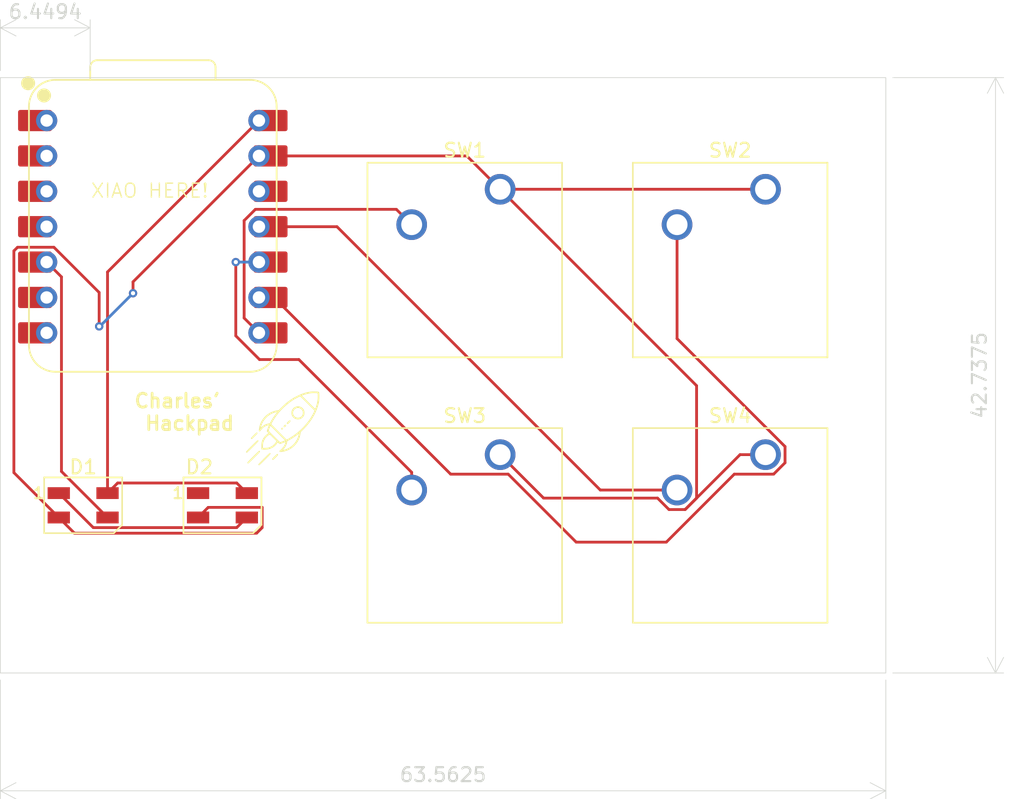
<source format=kicad_pcb>
(kicad_pcb (version 20241229) (generator "pcbnew") (generator_version "9.0")
  (layers (0 "F.Cu" signal) (2 "B.Cu" signal) (13 "F.Paste" user) (15 "B.Paste" user) (5 "F.SilkS" user "F.Silkscreen") (7 "B.SilkS" user "B.Silkscreen") (1 "F.Mask" user) (3 "B.Mask" user) (25 "Edge.Cuts" user))
  (net 0 "")
  (net 1 "Net-(D1-DOUT)")
  (net 2 "+5V")
  (net 3 "GND")
  (net 4 "Net-(D1-DIN)")
  (net 6 "Net-(U1-GPIO1{slash}RX)")
  (net 7 "Net-(U1-GPIO2{slash}SCK)")
  (net 8 "Net-(U1-GPIO4{slash}MISO)")
  (net 9 "Net-(U1-GPIO3{slash}MOSI)")
  (footprint "Seeed Studio XIAO Series Library:XIAO-RP2040-DIP" (layer "F.Cu") (at 80 100)
    (property "Reference" "U1" (hide yes))
    (property "Value" "XIAO-RP2040-DIP")
  )
  (footprint "Button_Switch_Keyboard:SW_Cherry_MX_1.00u_PCB" (layer "F.Cu") (at 104.93375 116.36375)
    (property "Reference" "SW3")
    (property "Value" "SW_Push")
  )
  (footprint "LED_SMD:LED_SK6812MINI_PLCC4_3.5x3.5mm_P1.75mm" (layer "F.Cu") (at 85 120)
    (property "Reference" "D2")
    (property "Value" "SK6812MINI")
  )
  (footprint "Button_Switch_Keyboard:SW_Cherry_MX_1.00u_PCB" (layer "F.Cu") (at 104.93375 97.31375)
    (property "Reference" "SW1")
    (property "Value" "SW_Push")
  )
  (footprint "LED_SMD:LED_SK6812MINI_PLCC4_3.5x3.5mm_P1.75mm" (layer "F.Cu") (at 75 120)
    (property "Reference" "D1")
    (property "Value" "SK6812MINI")
  )
  (footprint "Button_Switch_Keyboard:SW_Cherry_MX_1.00u_PCB" (layer "F.Cu") (at 123.98375 97.31375)
    (property "Reference" "SW2")
    (property "Value" "SW_Push")
  )
  (footprint "Button_Switch_Keyboard:SW_Cherry_MX_1.00u_PCB" (layer "F.Cu") (at 123.98375 116.36375)
    (property "Reference" "SW4")
    (property "Value" "SW_Push")
  )
  (gr_poly (pts (xy 88.400126 116.237343) (xy 88.402509 116.237596) (xy 88.405 116.23801) (xy 88.407579 116.23858) (xy 88.410227 116.239298) (xy 88.412923 116.240159) (xy 88.415647 116.241156) (xy 88.418378 116.242284) (xy 88.421097 116.243535) (xy 88.423783 116.244905) (xy 88.426417 116.246386) (xy 88.428978 116.247972) (xy 88.431446 116.249658) (xy 88.4338 116.251437) (xy 88.436022 116.253302) (xy 88.43809 116.255248) (xy 88.446113 116.262898) (xy 88.452367 116.270406) (xy 88.456323 116.278426) (xy 88.457454 116.28761) (xy 88.455229 116.298611) (xy 88.449121 116.312082) (xy 88.438601 116.328675) (xy 88.42314 116.349043) (xy 88.40221 116.373839) (xy 88.375282 116.403715) (xy 88.301316 116.481318) (xy 88.197015 116.587075) (xy 88.058148 116.726207) (xy 87.957395 116.826653) (xy 87.872046 116.911051) (xy 87.801233 116.980219) (xy 87.744087 117.034976) (xy 87.720368 117.057205) (xy 87.699741 117.076139) (xy 87.682096 117.091879) (xy 87.667325 117.104528) (xy 87.65532 117.114188) (xy 87.645973 117.120961) (xy 87.642261 117.123297) (xy 87.639174 117.12495) (xy 87.636696 117.125932) (xy 87.634815 117.126257) (xy 87.632109 117.126156) (xy 87.629357 117.125858) (xy 87.626566 117.125373) (xy 87.623746 117.124707) (xy 87.620904 117.123868) (xy 87.61805 117.122866) (xy 87.615193 117.121709) (xy 87.612341 117.120403) (xy 87.609504 117.118958) (xy 87.606688 117.117381) (xy 87.601161 117.113867) (xy 87.595828 117.109925) (xy 87.590761 117.105619) (xy 87.586029 117.101017) (xy 87.581701 117.096181) (xy 87.579711 117.093697) (xy 87.577848 117.091179) (xy 87.576121 117.088635) (xy 87.574539 117.086073) (xy 87.57311 117.083503) (xy 87.571844 117.080931) (xy 87.570748 117.078366) (xy 87.569832 117.075817) (xy 87.569105 117.07329) (xy 87.568574 117.070795) (xy 87.56825 117.06834) (xy 87.568139 117.065932) (xy 87.570238 117.061875) (xy 87.576397 117.053819) (xy 87.600071 117.026575) (xy 87.637512 116.985937) (xy 87.68707 116.93364) (xy 87.815938 116.801018) (xy 87.973481 116.642598) (xy 88.06295 116.553471) (xy 88.143525 116.473893) (xy 88.214452 116.404585) (xy 88.274974 116.346265) (xy 88.324333 116.299653) (xy 88.361773 116.265468) (xy 88.375788 116.253261) (xy 88.386539 116.24443) (xy 88.393932 116.239065) (xy 88.39634 116.237711) (xy 88.397872 116.237257)) (fill yes) (layer "F.SilkS"))
  (gr_poly (pts (xy 89.297697 114.428704) (xy 89.300446 114.428973) (xy 89.303186 114.429419) (xy 89.305916 114.430043) (xy 89.308638 114.430844) (xy 89.311352 114.431824) (xy 89.314059 114.432981) (xy 89.316759 114.434317) (xy 89.319455 114.435831) (xy 89.322145 114.437523) (xy 89.324832 114.439395) (xy 89.327516 114.441446) (xy 89.330197 114.443676) (xy 89.332877 114.446085) (xy 89.335556 114.448674) (xy 89.338145 114.451359) (xy 89.340554 114.454056) (xy 89.342784 114.456765) (xy 89.344835 114.459485) (xy 89.346707 114.462215) (xy 89.348399 114.464957) (xy 89.349913 114.467708) (xy 89.351249 114.470469) (xy 89.352406 114.473239) (xy 89.353386 114.476018) (xy 89.354187 114.478806) (xy 89.354811 114.481602) (xy 89.355257 114.484406) (xy 89.355525 114.487217) (xy 89.355617 114.490035) (xy 89.355532 114.492859) (xy 89.35527 114.49569) (xy 89.354831 114.498527) (xy 89.354217 114.501369) (xy 89.353426 114.504216) (xy 89.352459 114.507067) (xy 89.351316 114.509923) (xy 89.349998 114.512783) (xy 89.348504 114.515647) (xy 89.346835 114.518513) (xy 89.344991 114.521382) (xy 89.342973 114.524254) (xy 89.340779 114.527127) (xy 89.338412 114.530002) (xy 89.33587 114.532878) (xy 89.333154 114.535755) (xy 89.330264 114.538632) (xy 89.327621 114.541246) (xy 89.324857 114.543728) (xy 89.321981 114.546079) (xy 89.319003 114.548296) (xy 89.315932 114.550379) (xy 89.312777 114.552327) (xy 89.309548 114.554139) (xy 89.306253 114.555813) (xy 89.302903 114.55735) (xy 89.299506 114.558748) (xy 89.296073 114.560006) (xy 89.292611 114.561124) (xy 89.285641 114.562932) (xy 89.278671 114.564164) (xy 89.275209 114.564563) (xy 89.271775 114.564814) (xy 89.268378 114.564918) (xy 89.265028 114.564873) (xy 89.261734 114.564679) (xy 89.258504 114.564334) (xy 89.25535 114.563838) (xy 89.252278 114.563189) (xy 89.2493 114.562386) (xy 89.246425 114.561429) (xy 89.24366 114.560317) (xy 89.241017 114.559048) (xy 89.238504 114.557622) (xy 89.236131 114.556038) (xy 89.233906 114.554294) (xy 89.23184 114.55239) (xy 89.229936 114.55033) (xy 89.228192 114.548122) (xy 89.226607 114.545776) (xy 89.225181 114.5433) (xy 89.223913 114.5407) (xy 89.2228 114.537987) (xy 89.221843 114.535167) (xy 89.221041 114.532249) (xy 89.220392 114.529241) (xy 89.219896 114.526152) (xy 89.219551 114.522989) (xy 89.219356 114.51976) (xy 89.219415 114.513139) (xy 89.220065 114.506353) (xy 89.221298 114.499468) (xy 89.223106 114.492549) (xy 89.225481 114.485661) (xy 89.228416 114.478869) (xy 89.231903 114.472239) (xy 89.235934 114.465835) (xy 89.238151 114.462738) (xy 89.240502 114.459722) (xy 89.242984 114.456795) (xy 89.245598 114.453966) (xy 89.251701 114.44836) (xy 89.254717 114.445818) (xy 89.257711 114.443451) (xy 89.260683 114.441257) (xy 89.263634 114.439239) (xy 89.266565 114.437395) (xy 89.269476 114.435726) (xy 89.272369 114.434232) (xy 89.275244 114.432914) (xy 89.278102 114.431771) (xy 89.280944 114.430804) (xy 89.283771 114.430013) (xy 89.286582 114.429398) (xy 89.28938 114.42896) (xy 89.292164 114.428698) (xy 89.294936 114.428613)) (fill yes) (layer "F.SilkS"))
  (gr_poly (pts (xy 89.835222 113.898655) (xy 89.838871 113.89909) (xy 89.842536 113.899783) (xy 89.846234 113.900725) (xy 89.849981 113.90191) (xy 89.853792 113.90333) (xy 89.857686 113.904978) (xy 89.861677 113.906845) (xy 89.865781 113.908924) (xy 89.8681 113.9104) (xy 89.870291 113.912049) (xy 89.872353 113.913872) (xy 89.874281 113.915869) (xy 89.876072 113.91804) (xy 89.877724 113.920384) (xy 89.879234 113.922901) (xy 89.880597 113.925593) (xy 89.881812 113.928458) (xy 89.882875 113.931496) (xy 89.883783 113.934708) (xy 89.884533 113.938094) (xy 89.885122 113.941654) (xy 89.885546 113.945387) (xy 89.885803 113.949294) (xy 89.885889 113.953374) (xy 89.885693 113.958299) (xy 89.885068 113.963205) (xy 89.883957 113.968173) (xy 89.882301 113.973284) (xy 89.880043 113.978618) (xy 89.877127 113.984256) (xy 89.873494 113.990278) (xy 89.869088 113.996766) (xy 89.863851 114.003799) (xy 89.857725 114.011458) (xy 89.850654 114.019825) (xy 89.84258 114.028979) (xy 89.823193 114.049972) (xy 89.799106 114.075083) (xy 89.780916 114.093285) (xy 89.764363 114.109431) (xy 89.749323 114.12357) (xy 89.742332 114.129903) (xy 89.735672 114.135754) (xy 89.729329 114.14113) (xy 89.723286 114.146035) (xy 89.717529 114.150478) (xy 89.712042 114.154463) (xy 89.706808 114.157999) (xy 89.701814 114.16109) (xy 89.697042 114.163744) (xy 89.692479 114.165966) (xy 89.688108 114.167764) (xy 89.683913 114.169144) (xy 89.67988 114.170111) (xy 89.675992 114.170673) (xy 89.672235 114.170836) (xy 89.668592 114.170606) (xy 89.665049 114.169989) (xy 89.661589 114.168992) (xy 89.658197 114.167622) (xy 89.654858 114.165885) (xy 89.651557 114.163787) (xy 89.648277 114.161334) (xy 89.645003 114.158533) (xy 89.64172 114.155391) (xy 89.638412 114.151913) (xy 89.635064 114.148107) (xy 89.629036 114.140602) (xy 89.624099 114.133464) (xy 89.622061 114.129983) (xy 89.620323 114.126536) (xy 89.618894 114.123103) (xy 89.617784 114.119664) (xy 89.617 114.116201) (xy 89.616552 114.112693) (xy 89.61645 114.109122) (xy 89.616703 114.105468) (xy 89.617318 114.101711) (xy 89.618307 114.097833) (xy 89.619677 114.093814) (xy 89.621438 114.089634) (xy 89.623599 114.085275) (xy 89.626169 114.080716) (xy 89.632573 114.070923) (xy 89.640723 114.060101) (xy 89.650691 114.048095) (xy 89.662551 114.034749) (xy 89.676374 114.019908) (xy 89.692235 114.003419) (xy 89.710206 113.985124) (xy 89.726115 113.969537) (xy 89.740592 113.955675) (xy 89.753766 113.943478) (xy 89.765769 113.932885) (xy 89.771371 113.928172) (xy 89.776729 113.923837) (xy 89.781859 113.919873) (xy 89.786778 113.916272) (xy 89.791501 113.913027) (xy 89.796046 113.910131) (xy 89.800427 113.907575) (xy 89.804662 113.905352) (xy 89.808767 113.903455) (xy 89.812758 113.901876) (xy 89.816651 113.900607) (xy 89.820463 113.899641) (xy 89.82421 113.89897) (xy 89.827907 113.898587) (xy 89.831573 113.898485)) (fill yes) (layer "F.SilkS"))
  (gr_poly (pts (xy 87.641198 116.089151) (xy 87.644457 116.089332) (xy 87.647745 116.089627) (xy 87.651037 116.090033) (xy 87.65431 116.090544) (xy 87.657542 116.091155) (xy 87.660708 116.091863) (xy 87.663786 116.092662) (xy 87.666753 116.093548) (xy 87.669584 116.094516) (xy 87.672258 116.095562) (xy 87.67475 116.09668) (xy 87.677037 116.097867) (xy 87.679097 116.099117) (xy 87.680905 116.100427) (xy 87.681708 116.101102) (xy 87.682439 116.10179) (xy 87.683803 116.103324) (xy 87.685112 116.105133) (xy 87.686362 116.107192) (xy 87.687549 116.10948) (xy 87.688668 116.111972) (xy 87.689713 116.114645) (xy 87.690682 116.117477) (xy 87.691568 116.120444) (xy 87.692367 116.123522) (xy 87.693074 116.126688) (xy 87.693686 116.12992) (xy 87.694197 116.133193) (xy 87.694602 116.136485) (xy 87.694898 116.139773) (xy 87.695078 116.143032) (xy 87.695139 116.146241) (xy 87.694481 116.151965) (xy 87.692254 116.158695) (xy 87.688079 116.166841) (xy 87.68158 116.176816) (xy 87.66009 116.203893) (xy 87.62476 116.24321) (xy 87.572563 116.298055) (xy 87.500472 116.371715) (xy 87.284506 116.588623) (xy 87.18178 116.691044) (xy 87.094519 116.777354) (xy 87.021918 116.84831) (xy 86.96317 116.904668) (xy 86.938739 116.92761) (xy 86.917469 116.947185) (xy 86.89926 116.96349) (xy 86.88401 116.976618) (xy 86.871618 116.986664) (xy 86.861985 116.993723) (xy 86.855009 116.997889) (xy 86.852486 116.998917) (xy 86.85059 116.999257) (xy 86.848125 116.999147) (xy 86.845511 116.998825) (xy 86.842769 116.998301) (xy 86.839924 116.997587) (xy 86.836997 116.996692) (xy 86.834014 116.995629) (xy 86.830996 116.994408) (xy 86.827968 116.993039) (xy 86.824952 116.991534) (xy 86.821971 116.989903) (xy 86.81905 116.988158) (xy 86.81621 116.986309) (xy 86.813476 116.984367) (xy 86.810871 116.982342) (xy 86.808418 116.980247) (xy 86.80614 116.978091) (xy 86.803983 116.975812) (xy 86.801888 116.973359) (xy 86.799863 116.970754) (xy 86.797921 116.96802) (xy 86.796072 116.96518) (xy 86.794326 116.962259) (xy 86.792696 116.959278) (xy 86.791191 116.956262) (xy 86.789822 116.953234) (xy 86.7886 116.950216) (xy 86.787537 116.947233) (xy 86.786643 116.944306) (xy 86.785929 116.941461) (xy 86.785405 116.938719) (xy 86.785083 116.936105) (xy 86.784973 116.93364) (xy 86.78634 116.929221) (xy 86.790506 116.922244) (xy 86.807611 116.90022) (xy 86.837044 116.86676) (xy 86.879561 116.82106) (xy 86.93592 116.762312) (xy 87.006876 116.689711) (xy 87.195606 116.499723) (xy 87.316754 116.378768) (xy 87.412515 116.283757) (xy 87.451902 116.245036) (xy 87.486174 116.211667) (xy 87.515743 116.18327) (xy 87.54102 116.159469) (xy 87.562414 116.139885) (xy 87.580337 116.124139) (xy 87.588125 116.117588) (xy 87.5952 116.111854) (xy 87.601612 116.10689) (xy 87.607414 116.10265) (xy 87.612655 116.099086) (xy 87.617388 116.09615) (xy 87.621665 116.093796) (xy 87.625535 116.091976) (xy 87.629052 116.090642) (xy 87.632266 116.089749) (xy 87.635228 116.089247) (xy 87.637989 116.08909)) (fill yes) (layer "F.SilkS"))
  (gr_poly (pts (xy 87.458733 114.766263) (xy 87.461505 114.766526) (xy 87.464266 114.766959) (xy 87.467011 114.767555) (xy 87.469734 114.768309) (xy 87.47243 114.769216) (xy 87.475093 114.77027) (xy 87.477718 114.771466) (xy 87.4803 114.772798) (xy 87.482833 114.774261) (xy 87.485312 114.77585) (xy 87.487731 114.777559) (xy 87.490085 114.779383) (xy 87.492368 114.781316) (xy 87.494576 114.783353) (xy 87.496702 114.785489) (xy 87.498741 114.787717) (xy 87.500688 114.790033) (xy 87.502538 114.792431) (xy 87.504284 114.794906) (xy 87.505922 114.797452) (xy 87.507445 114.800065) (xy 87.50885 114.802737) (xy 87.51013 114.805465) (xy 87.511279 114.808242) (xy 87.512293 114.811064) (xy 87.513165 114.813924) (xy 87.513892 114.816817) (xy 87.514466 114.819739) (xy 87.514883 114.822682) (xy 87.515137 114.825643) (xy 87.515223 114.828616) (xy 87.514699 114.832925) (xy 87.513065 114.837988) (xy 87.510228 114.843913) (xy 87.506095 114.850808) (xy 87.500572 114.858782) (xy 87.493568 114.867944) (xy 87.474741 114.890264) (xy 87.44887 114.918636) (xy 87.41521 114.953929) (xy 87.373017 114.99701) (xy 87.321548 115.048748) (xy 87.269809 115.100218) (xy 87.247241 115.122428) (xy 87.226728 115.142411) (xy 87.208162 115.160261) (xy 87.191435 115.176071) (xy 87.176438 115.189934) (xy 87.163062 115.201943) (xy 87.1512 115.21219) (xy 87.140742 115.220769) (xy 87.13158 115.227774) (xy 87.123606 115.233296) (xy 87.120031 115.23553) (xy 87.116711 115.237429) (xy 87.113634 115.239004) (xy 87.110786 115.240266) (xy 87.108154 115.241227) (xy 87.105724 115.2419) (xy 87.103482 115.242295) (xy 87.101414 115.242424) (xy 87.098247 115.242329) (xy 87.095098 115.242048) (xy 87.091974 115.241588) (xy 87.088882 115.240956) (xy 87.085828 115.240158) (xy 87.082818 115.239201) (xy 87.079859 115.238091) (xy 87.076957 115.236835) (xy 87.074119 115.235439) (xy 87.07135 115.23391) (xy 87.068658 115.232255) (xy 87.066049 115.23048) (xy 87.063529 115.228593) (xy 87.061105 115.226598) (xy 87.058782 115.224504) (xy 87.056568 115.222316) (xy 87.054468 115.220041) (xy 87.05249 115.217686) (xy 87.050639 115.215257) (xy 87.048922 115.212762) (xy 87.047345 115.210206) (xy 87.045915 115.207596) (xy 87.044638 115.204938) (xy 87.04352 115.20224) (xy 87.042569 115.199508) (xy 87.041789 115.196749) (xy 87.041189 115.193968) (xy 87.040773 115.191173) (xy 87.040549 115.188371) (xy 87.040523 115.185567) (xy 87.040701 115.182768) (xy 87.041089 115.179982) (xy 87.042487 115.176627) (xy 87.045819 115.171396) (xy 87.05789 115.15574) (xy 87.076511 115.133883) (xy 87.100885 115.106693) (xy 87.130221 115.075038) (xy 87.163724 115.039786) (xy 87.2006 115.001806) (xy 87.240056 114.961966) (xy 87.283148 114.918913) (xy 87.322457 114.880474) (xy 87.357575 114.846996) (xy 87.388091 114.818826) (xy 87.401495 114.80684) (xy 87.413596 114.796311) (xy 87.424342 114.787284) (xy 87.433682 114.7798) (xy 87.441564 114.773904) (xy 87.447938 114.769638) (xy 87.452752 114.767047) (xy 87.454559 114.766393) (xy 87.455956 114.766174)) (fill yes) (layer "F.SilkS"))
  (gr_poly (pts (xy 87.527819 115.327173) (xy 87.530879 115.327418) (xy 87.533922 115.32782) (xy 87.536941 115.328374) (xy 87.539932 115.329074) (xy 87.542888 115.329916) (xy 87.545805 115.330893) (xy 87.548676 115.332002) (xy 87.551496 115.333236) (xy 87.554259 115.33459) (xy 87.556959 115.336059) (xy 87.559592 115.337639) (xy 87.562151 115.339322) (xy 87.564631 115.341106) (xy 87.567026 115.342983) (xy 87.56933 115.34495) (xy 87.571538 115.347) (xy 87.573645 115.349128) (xy 87.575644 115.35133) (xy 87.57753 115.3536) (xy 87.579298 115.355933) (xy 87.580941 115.358323) (xy 87.582454 115.360766) (xy 87.583833 115.363256) (xy 87.585069 115.365787) (xy 87.58616 115.368355) (xy 87.587098 115.370955) (xy 87.587878 115.373581) (xy 87.588494 115.376227) (xy 87.588942 115.37889) (xy 87.589214 115.381563) (xy 87.589306 115.384241) (xy 87.580183 115.398585) (xy 87.554371 115.428947) (xy 87.462025 115.528372) (xy 87.330959 115.663814) (xy 87.179863 115.81657) (xy 87.027428 115.967936) (xy 86.892344 116.099211) (xy 86.793301 116.191691) (xy 86.763136 116.217538) (xy 86.74899 116.226674) (xy 86.746736 116.226588) (xy 86.744353 116.226335) (xy 86.741862 116.22592) (xy 86.739283 116.225351) (xy 86.736635 116.224633) (xy 86.733939 116.223772) (xy 86.731216 116.222774) (xy 86.728484 116.221647) (xy 86.725765 116.220395) (xy 86.723079 116.219026) (xy 86.720445 116.217545) (xy 86.717884 116.215958) (xy 86.715417 116.214272) (xy 86.713062 116.212494) (xy 86.710841 116.210628) (xy 86.708773 116.208682) (xy 86.700751 116.201043) (xy 86.694506 116.193557) (xy 86.690574 116.18556) (xy 86.689491 116.176386) (xy 86.691795 116.165371) (xy 86.69802 116.151848) (xy 86.708704 116.135154) (xy 86.724383 116.114623) (xy 86.745594 116.089589) (xy 86.772872 116.059389) (xy 86.847778 115.980826) (xy 86.953393 115.873614) (xy 87.094006 115.732432) (xy 87.201067 115.625681) (xy 87.289897 115.537831) (xy 87.362008 115.467444) (xy 87.392268 115.438349) (xy 87.418915 115.41308) (xy 87.442138 115.391458) (xy 87.462128 115.373302) (xy 87.479074 115.358432) (xy 87.493163 115.34667) (xy 87.504586 115.337834) (xy 87.513532 115.331745) (xy 87.517135 115.329675) (xy 87.520189 115.328224) (xy 87.522719 115.32737) (xy 87.524748 115.32709)) (fill yes) (layer "F.SilkS"))
  (gr_poly (pts (xy 91.564135 111.827362) (xy 91.626848 111.82824) (xy 91.67341 111.829257) (xy 91.714886 111.83037) (xy 91.751596 111.83165) (xy 91.783861 111.833168) (xy 91.798427 111.83404) (xy 91.812003 111.834997) (xy 91.824628 111.83605) (xy 91.836342 111.837207) (xy 91.847185 111.838478) (xy 91.857198 111.83987) (xy 91.866421 111.841394) (xy 91.874894 111.843057) (xy 91.882657 111.84487) (xy 91.88975 111.84684) (xy 91.896213 111.848976) (xy 91.902086 111.851288) (xy 91.90741 111.853785) (xy 91.912224 111.856475) (xy 91.916569 111.859368) (xy 91.920485 111.862471) (xy 91.924012 111.865795) (xy 91.927189 111.869348) (xy 91.930058 111.873139) (xy 91.932658 111.877176) (xy 91.935029 111.88147) (xy 91.937212 111.886028) (xy 91.939246 111.89086) (xy 91.941172 111.895974) (xy 91.945031 111.912413) (xy 91.948281 111.937195) (xy 91.952996 112.007463) (xy 91.955404 112.09812) (xy 91.955592 112.200509) (xy 91.953647 112.305975) (xy 91.949656 112.405859) (xy 91.943705 112.491506) (xy 91.940021 112.526284) (xy 91.935881 112.554257) (xy 91.913259 112.663384) (xy 91.886668 112.772082) (xy 91.856109 112.880342) (xy 91.821581 112.988157) (xy 91.783084 113.09552) (xy 91.740618 113.202422) (xy 91.694184 113.308856) (xy 91.643781 113.414815) (xy 91.589409 113.520289) (xy 91.531068 113.625272) (xy 91.468759 113.729756) (xy 91.402481 113.833733) (xy 91.332234 113.937195) (xy 91.258018 114.040134) (xy 91.179834 114.142544) (xy 91.097681 114.244415) (xy 91.074809 114.271192) (xy 91.045872 114.303848) (xy 90.974517 114.381734) (xy 90.893042 114.467955) (xy 90.810873 114.55239) (xy 90.619314 114.745007) (xy 90.606615 114.83814) (xy 90.596531 114.902597) (xy 90.584139 114.9658) (xy 90.569438 115.027759) (xy 90.552424 115.088486) (xy 90.533098 115.147991) (xy 90.511457 115.206285) (xy 90.4875 115.26338) (xy 90.461226 115.319285) (xy 90.432632 115.374012) (xy 90.401717 115.427572) (xy 90.36848 115.479975) (xy 90.332919 115.531233) (xy 90.295033 115.581356) (xy 90.25482 115.630354) (xy 90.212278 115.67824) (xy 90.167406 115.725023) (xy 90.117818 115.77249) (xy 90.066373 115.817613) (xy 90.013197 115.860334) (xy 89.958418 115.900591) (xy 89.902164 115.938324) (xy 89.844561 115.973473) (xy 89.785736 116.005978) (xy 89.725816 116.035777) (xy 89.66493 116.06281) (xy 89.603203 116.087017) (xy 89.540763 116.108337) (xy 89.477736 116.126711) (xy 89.414251 116.142076) (xy 89.350435 116.154374) (xy 89.286413 116.163543) (xy 89.222314 116.169523) (xy 89.20254 116.170917) (xy 89.184816 116.171892) (xy 89.169036 116.172403) (xy 89.161842 116.172469) (xy 89.155094 116.172401) (xy 89.148778 116.172194) (xy 89.142881 116.171841) (xy 89.13739 116.171338) (xy 89.132292 116.170677) (xy 89.127573 116.169854) (xy 89.123219 116.168862) (xy 89.119217 116.167695) (xy 89.115555 116.166349) (xy 89.112218 116.164816) (xy 89.109193 116.163092) (xy 89.106467 116.161169) (xy 89.104027 116.159044) (xy 89.101859 116.156709) (xy 89.099949 116.154159) (xy 89.098285 116.151388) (xy 89.096852 116.14839) (xy 89.095638 116.14516) (xy 89.09463 116.141691) (xy 89.093813 116.137979) (xy 89.093175 116.134016) (xy 89.092702 116.129797) (xy 89.09238 116.125317) (xy 89.092197 116.12057) (xy 89.092139 116.115549) (xy 89.092231 116.110568) (xy 89.092528 116.105916) (xy 89.09306 116.10155) (xy 89.093859 116.097425) (xy 89.094368 116.09544) (xy 89.094956 116.093499) (xy 89.095625 116.091596) (xy 89.096381 116.089727) (xy 89.097226 116.087886) (xy 89.098166 116.086068) (xy 89.099203 116.084266) (xy 89.100341 116.082476) (xy 89.101585 116.080692) (xy 89.102939 116.078909) (xy 89.105989 116.075324) (xy 89.109522 116.071677) (xy 89.113571 116.067924) (xy 89.118165 116.064022) (xy 89.123335 116.059929) (xy 89.129114 116.055599) (xy 89.135531 116.050991) (xy 89.147096 116.042209) (xy 89.160931 116.030401) (xy 89.165021 116.026649) (xy 89.346139 116.026649) (xy 89.346625 116.027478) (xy 89.348052 116.027992) (xy 89.35355 116.028116) (xy 89.362276 116.027118) (xy 89.373871 116.025094) (xy 89.404238 116.018351) (xy 89.441786 116.008657) (xy 89.48365 115.99678) (xy 89.526966 115.983489) (xy 89.568867 115.969553) (xy 89.60649 115.955741) (xy 89.684961 115.921638) (xy 89.761089 115.882594) (xy 89.834662 115.838853) (xy 89.905469 115.790657) (xy 89.973299 115.738251) (xy 90.037942 115.681878) (xy 90.099187 115.621781) (xy 90.156823 115.558204) (xy 90.210638 115.49139) (xy 90.260423 115.421582) (xy 90.305967 115.349024) (xy 90.347058 115.273959) (xy 90.383486 115.19663) (xy 90.415039 115.117282) (xy 90.441508 115.036157) (xy 90.462681 114.953499) (xy 90.466139 114.936793) (xy 90.469312 114.921054) (xy 90.472113 114.906655) (xy 90.474455 114.893968) (xy 90.476251 114.883363) (xy 90.477415 114.875215) (xy 90.477733 114.872178) (xy 90.47786 114.869894) (xy 90.477785 114.868411) (xy 90.477669 114.867983) (xy 90.477498 114.867774) (xy 90.476577 114.867792) (xy 90.474645 114.868615) (xy 90.467973 114.87252) (xy 90.457927 114.879178) (xy 90.444954 114.888279) (xy 90.429501 114.899513) (xy 90.412013 114.912571) (xy 90.392938 114.927141) (xy 90.372723 114.942915) (xy 90.322104 114.9808) (xy 90.25829 115.026921) (xy 90.189515 115.075224) (xy 90.155841 115.098303) (xy 90.124014 115.119658) (xy 90.03189 115.180346) (xy 89.990497 115.20661) (xy 89.948992 115.232105) (xy 89.904958 115.258294) (xy 89.855975 115.286642) (xy 89.733489 115.355665) (xy 89.659406 115.395882) (xy 89.645647 115.468907) (xy 89.638601 115.505777) (xy 89.634795 115.523171) (xy 89.630748 115.54003) (xy 89.626423 115.556474) (xy 89.621779 115.572622) (xy 89.616779 115.588592) (xy 89.611384 115.604506) (xy 89.605555 115.620481) (xy 89.599253 115.636638) (xy 89.585075 115.669974) (xy 89.56854 115.705468) (xy 89.549339 115.744074) (xy 89.540399 115.760892) (xy 89.530355 115.778656) (xy 89.519369 115.797145) (xy 89.507601 115.81614) (xy 89.495213 115.83542) (xy 89.482367 115.854765) (xy 89.455941 115.89277) (xy 89.429615 115.928393) (xy 89.416893 115.944762) (xy 89.404678 115.959875) (xy 89.393134 115.973512) (xy 89.38242 115.985453) (xy 89.372699 115.995477) (xy 89.364131 116.003366) (xy 89.362359 116.00479) (xy 89.360623 116.006276) (xy 89.358934 116.007812) (xy 89.357302 116.009385) (xy 89.355738 116.010983) (xy 89.354253 116.012593) (xy 89.352858 116.014203) (xy 89.351563 116.015801) (xy 89.350381 116.017374) (xy 89.349321 116.01891) (xy 89.348394 116.020396) (xy 89.347611 116.02182) (xy 89.346984 116.02317) (xy 89.346731 116.023813) (xy 89.346522 116.024433) (xy 89.346357 116.025028) (xy 89.346237 116.025596) (xy 89.346164 116.026137) (xy 89.346139 116.026649) (xy 89.165021 116.026649) (xy 89.176701 116.015935) (xy 89.19407 115.999182) (xy 89.232269 115.960298) (xy 89.27285 115.916714) (xy 89.313133 115.871394) (xy 89.350439 115.827302) (xy 89.38209 115.787401) (xy 89.394957 115.76995) (xy 89.405406 115.754657) (xy 89.415759 115.737623) (xy 89.426467 115.718544) (xy 89.437365 115.697831) (xy 89.448285 115.675894) (xy 89.459063 115.653145) (xy 89.469532 115.629995) (xy 89.479527 115.606854) (xy 89.488882 115.584133) (xy 89.497431 115.562243) (xy 89.505007 115.541595) (xy 89.511446 115.5226) (xy 89.516581 115.505667) (xy 89.520246 115.49121) (xy 89.522275 115.479637) (xy 89.522625 115.475061) (xy 89.522504 115.47136) (xy 89.52189 115.468586) (xy 89.520764 115.46679) (xy 89.519551 115.466699) (xy 89.51676 115.467199) (xy 89.506791 115.469866) (xy 89.491538 115.474567) (xy 89.471684 115.481078) (xy 89.420901 115.498639) (xy 89.359898 115.520765) (xy 89.305357 115.540979) (xy 89.258133 115.558055) (xy 89.217804 115.57213) (xy 89.18395 115.583339) (xy 89.169319 115.587912) (xy 89.156148 115.591821) (xy 89.144385 115.595081) (xy 89.133977 115.59771) (xy 89.124871 115.599725) (xy 89.117014 115.601143) (xy 89.110355 115.601981) (xy 89.104839 115.602257) (xy 89.102961 115.601952) (xy 89.100525 115.601058) (xy 89.097572 115.599606) (xy 89.09414 115.597627) (xy 89.090268 115.595152) (xy 89.085994 115.592211) (xy 89.076397 115.585059) (xy 89.065658 115.576419) (xy 89.054089 115.566538) (xy 89.041999 115.555666) (xy 89.029697 115.544049) (xy 88.968315 115.485841) (xy 88.938681 115.53029) (xy 88.919413 115.558747) (xy 88.899337 115.586549) (xy 88.878485 115.613659) (xy 88.856892 115.640042) (xy 88.834592 115.665663) (xy 88.811619 115.690485) (xy 88.788007 115.714473) (xy 88.763791 115.737591) (xy 88.739005 115.759804) (xy 88.713682 115.781076) (xy 88.687856 115.801371) (xy 88.661563 115.820654) (xy 88.634835 115.838889) (xy 88.607708 115.85604) (xy 88.580214 115.872072) (xy 88.552389 115.886949) (xy 88.520568 115.902744) (xy 88.489261 115.917217) (xy 88.458265 115.930409) (xy 88.427374 115.942362) (xy 88.396383 115.953119) (xy 88.365089 115.962721) (xy 88.333287 115.971209) (xy 88.300771 115.978627) (xy 88.267337 115.985015) (xy 88.232781 115.990415) (xy 88.196898 115.99487) (xy 88.159483 115.998421) (xy 88.120332 116.00111) (xy 88.07924 116.002979) (xy 87.990414 116.004424) (xy 87.965138 116.004384) (xy 87.942392 116.004258) (xy 87.922028 116.004033) (xy 87.903896 116.003696) (xy 87.887847 116.003235) (xy 87.873733 116.002638) (xy 87.861405 116.001891) (xy 87.850714 116.000984) (xy 87.845936 116.000466) (xy 87.841512 115.999903) (xy 87.837422 115.999293) (xy 87.833649 115.998636) (xy 87.830173 115.997929) (xy 87.826976 115.99717) (xy 87.82404 115.996359) (xy 87.821346 115.995494) (xy 87.818874 115.994573) (xy 87.816608 115.993594) (xy 87.814527 115.992557) (xy 87.812614 115.991459) (xy 87.81085 115.990299) (xy 87.809216 115.989076) (xy 87.807694 115.987787) (xy 87.806264 115.986432) (xy 87.803459 115.983292) (xy 87.800987 115.979669) (xy 87.798835 115.975326) (xy 87.796987 115.970028) (xy 87.795432 115.963539) (xy 87.794153 115.955625) (xy 87.792374 115.934574) (xy 87.791537 115.90499) (xy 87.791533 115.87954) (xy 87.903631 115.87954) (xy 88.082489 115.875307) (xy 88.133076 115.873643) (xy 88.175441 115.871719) (xy 88.193977 115.870608) (xy 88.210984 115.869373) (xy 88.226635 115.867991) (xy 88.241107 115.866444) (xy 88.254574 115.86471) (xy 88.267212 115.862771) (xy 88.279195 115.860605) (xy 88.2907 115.858192) (xy 88.301901 115.855513) (xy 88.312973 115.852547) (xy 88.324091 115.849274) (xy 88.335431 115.845674) (xy 88.368843 115.834226) (xy 88.402305 115.821365) (xy 88.435667 115.807164) (xy 88.468781 115.791699) (xy 88.501498 115.775042) (xy 88.53367 115.75727) (xy 88.565147 115.738456) (xy 88.595781 115.718674) (xy 88.611236 115.707562) (xy 88.627694 115.694622) (xy 88.644943 115.680081) (xy 88.66277 115.66417) (xy 88.680963 115.647118) (xy 88.69931 115.629154) (xy 88.717597 115.610508) (xy 88.735613 115.591409) (xy 88.753146 115.572087) (xy 88.769982 115.552772) (xy 88.78591 115.533692) (xy 88.800717 115.515077) (xy 88.814191 115.497156) (xy 88.82612 115.48016) (xy 88.83629 115.464317) (xy 88.84449 115.449857) (xy 88.875181 115.39059) (xy 88.642347 115.157757) (xy 88.595336 115.110986) (xy 88.551017 115.067353) (xy 88.510393 115.027812) (xy 88.474469 114.993319) (xy 88.444251 114.964829) (xy 88.420742 114.943296) (xy 88.411818 114.935437) (xy 88.404948 114.929676) (xy 88.400258 114.926132) (xy 88.398769 114.925228) (xy 88.397872 114.924924) (xy 88.393257 114.925732) (xy 88.386698 114.928068) (xy 88.378409 114.931796) (xy 88.368603 114.936781) (xy 88.345299 114.949983) (xy 88.318498 114.966596) (xy 88.28991 114.98554) (xy 88.261248 115.005737) (xy 88.234224 115.026108) (xy 88.22186 115.036022) (xy 88.210548 115.045574) (xy 88.194161 115.060338) (xy 88.178322 115.075284) (xy 88.163011 115.090443) (xy 88.148205 115.105849) (xy 88.133883 115.121534) (xy 88.120023 115.137531) (xy 88.106603 115.153872) (xy 88.093602 115.170589) (xy 88.080997 115.187716) (xy 88.068768 115.205285) (xy 88.056892 115.223328) (xy 88.045348 115.241878) (xy 88.034115 115.260968) (xy 88.023169 115.280629) (xy 88.01249 115.300895) (xy 88.002056 115.321799) (xy 87.978305 115.372979) (xy 87.968165 115.396603) (xy 87.959094 115.419297) (xy 87.951028 115.441347) (xy 87.943901 115.463036) (xy 87.937649 115.484651) (xy 87.932206 115.506478) (xy 87.927507 115.5288) (xy 87.923487 115.551903) (xy 87.920081 115.576073) (xy 87.917224 115.601595) (xy 87.914851 115.628755) (xy 87.912896 115.657836) (xy 87.909981 115.722907) (xy 87.903631 115.87954) (xy 87.791533 115.87954) (xy 87.79153 115.864988) (xy 87.793565 115.74619) (xy 87.795902 115.661997) (xy 87.797455 115.625488) (xy 87.799369 115.592153) (xy 87.801723 115.561577) (xy 87.804597 115.533347) (xy 87.808068 115.507049) (xy 87.812218 115.482268) (xy 87.817124 115.458592) (xy 87.822865 115.435605) (xy 87.829521 115.412894) (xy 87.837171 115.390045) (xy 87.845894 115.366644) (xy 87.855768 115.342277) (xy 87.866874 115.316531) (xy 87.879289 115.288991) (xy 87.893922 115.259019) (xy 87.909983 115.229098) (xy 87.927386 115.199329) (xy 87.946047 115.169812) (xy 87.96588 115.14065) (xy 87.986799 115.111941) (xy 88.00872 115.083787) (xy 88.031557 115.05629) (xy 88.055225 115.029548) (xy 88.079639 115.003664) (xy 88.104713 114.978738) (xy 88.130362 114.954871) (xy 88.156502 114.932164) (xy 88.183045 114.910717) (xy 88.209909 114.890631) (xy 88.237006 114.872007) (xy 88.307914 114.82544) (xy 88.245473 114.759824) (xy 88.239004 114.753084) (xy 88.232717 114.746384) (xy 88.226644 114.739765) (xy 88.220817 114.733266) (xy 88.215269 114.726929) (xy 88.210033 114.720794) (xy 88.205141 114.7149) (xy 88.200626 114.709288) (xy 88.19652 114.703999) (xy 88.192856 114.699073) (xy 88.189666 114.69455) (xy 88.186983 114.69047) (xy 88.18484 114.686874) (xy 88.183269 114.683802) (xy 88.182708 114.682475) (xy 88.182302 114.681294) (xy 88.182056 114.680264) (xy 88.181973 114.679391) (xy 88.182838 114.673145) (xy 88.185326 114.662666) (xy 88.194507 114.630922) (xy 88.20006 114.613519) (xy 88.327456 114.613519) (xy 88.327658 114.622617) (xy 88.328953 114.631856) (xy 88.331427 114.641379) (xy 88.335169 114.651323) (xy 88.340267 114.66183) (xy 88.346808 114.673041) (xy 88.364574 114.698132) (xy 88.38917 114.727718) (xy 88.421301 114.762923) (xy 88.46167 114.804869) (xy 88.719606 115.062507) (xy 88.800728 115.143294) (xy 88.87705 115.218661) (xy 88.946848 115.286959) (xy 89.008399 115.346538) (xy 89.059978 115.395748) (xy 89.099862 115.432941) (xy 89.126326 115.456466) (xy 89.133988 115.462588) (xy 89.137648 115.464674) (xy 89.143544 115.463917) (xy 89.153016 115.461741) (xy 89.181023 115.45371) (xy 89.218331 115.441736) (xy 89.261605 115.426971) (xy 89.307508 115.410569) (xy 89.352704 115.393683) (xy 89.393857 115.377467) (xy 89.427631 115.363074) (xy 89.487956 115.336616) (xy 88.970431 114.81909) (xy 88.603322 114.452643) (xy 88.491353 114.341352) (xy 88.449731 114.300507) (xy 88.44849 114.301672) (xy 88.446399 114.305063) (xy 88.439941 114.317904) (xy 88.430904 114.337789) (xy 88.419833 114.363478) (xy 88.393772 114.427309) (xy 88.379873 114.46297) (xy 88.366123 114.499474) (xy 88.344241 114.554052) (xy 88.335804 114.575739) (xy 88.329974 114.595187) (xy 88.327456 114.613519) (xy 88.20006 114.613519) (xy 88.208204 114.587991) (xy 88.2251 114.537706) (xy 88.243881 114.483899) (xy 88.263233 114.430401) (xy 88.281841 114.381046) (xy 88.298389 114.339665) (xy 88.301884 114.331202) (xy 88.305215 114.32291) (xy 88.308366 114.314834) (xy 88.311321 114.307023) (xy 88.314066 114.299521) (xy 88.316584 114.292375) (xy 88.31886 114.285633) (xy 88.320879 114.279341) (xy 88.322625 114.273544) (xy 88.324083 114.26829) (xy 88.325237 114.263625) (xy 88.326071 114.259596) (xy 88.326571 114.256249) (xy 88.32672 114.25363) (xy 88.326659 114.252609) (xy 88.326504 114.251787) (xy 88.326254 114.251171) (xy 88.325906 114.250765) (xy 88.324448 114.249744) (xy 88.322278 114.249052) (xy 88.315932 114.248618) (xy 88.307128 114.249377) (xy 88.296124 114.251245) (xy 88.283179 114.254136) (xy 88.268551 114.257965) (xy 88.235286 114.268096) (xy 88.198399 114.280955) (xy 88.159963 114.29586) (xy 88.122047 114.31213) (xy 88.103931 114.320563) (xy 88.086723 114.329082) (xy 88.064829 114.340557) (xy 88.043583 114.352372) (xy 88.022964 114.364543) (xy 88.002949 114.377087) (xy 87.983517 114.390023) (xy 87.964647 114.403366) (xy 87.946315 114.417134) (xy 87.928502 114.431344) (xy 87.911185 114.446012) (xy 87.894342 114.461157) (xy 87.877952 114.476794) (xy 87.861992 114.492942) (xy 87.846442 114.509617) (xy 87.83128 114.526835) (xy 87.816484 114.544616) (xy 87.802031 114.562974) (xy 87.78156 114.589524) (xy 87.76328 114.612906) (xy 87.747 114.633249) (xy 87.73955 114.642321) (xy 87.732528 114.650683) (xy 87.725912 114.658351) (xy 87.719676 114.66534) (xy 87.713797 114.671667) (xy 87.708251 114.677348) (xy 87.703014 114.6824) (xy 87.698063 114.686839) (xy 87.693374 114.690681) (xy 87.688922 114.693943) (xy 87.684684 114.69664) (xy 87.680636 114.698789) (xy 87.676755 114.700406) (xy 87.674869 114.701021) (xy 87.673016 114.701508) (xy 87.671192 114.701871) (xy 87.669395 114.702111) (xy 87.667622 114.70223) (xy 87.66587 114.702231) (xy 87.664135 114.702114) (xy 87.662415 114.701884) (xy 87.659007 114.701086) (xy 87.655623 114.699855) (xy 87.652238 114.698206) (xy 87.648828 114.696155) (xy 87.645371 114.693719) (xy 87.641841 114.690915) (xy 87.638215 114.687757) (xy 87.63447 114.684263) (xy 87.630581 114.680449) (xy 87.626845 114.676609) (xy 87.623561 114.672943) (xy 87.620712 114.669331) (xy 87.618278 114.665649) (xy 87.616241 114.661774) (xy 87.614582 114.657585) (xy 87.613283 114.652959) (xy 87.612325 114.647773) (xy 87.611689 114.641905) (xy 87.611357 114.635232) (xy 87.611311 114.627632) (xy 87.611531 114.618983) (xy 87.612697 114.598046) (xy 87.614706 114.571441) (xy 87.619237 114.527474) (xy 87.624959 114.484227) (xy 87.63197 114.441328) (xy 87.639161 114.404583) (xy 87.763868 114.404583) (xy 87.764265 114.405894) (xy 87.764989 114.40634) (xy 87.765764 114.406023) (xy 87.767267 114.405092) (xy 87.772299 114.401512) (xy 87.779761 114.395848) (xy 87.789331 114.388349) (xy 87.813507 114.368836) (xy 87.842248 114.344957) (xy 87.868236 114.323938) (xy 87.89498 114.303759) (xy 87.92244 114.284438) (xy 87.950578 114.265996) (xy 87.979354 114.248453) (xy 88.008731 114.231829) (xy 88.038668 114.216145) (xy 88.069128 114.201421) (xy 88.100072 114.187676) (xy 88.13146 114.174931) (xy 88.154279 114.166516) (xy 88.513177 114.166516) (xy 88.515331 114.172881) (xy 88.520189 114.18148) (xy 88.528246 114.192838) (xy 88.555945 114.225917) (xy 88.602396 114.276298) (xy 88.671568 114.348159) (xy 88.767429 114.445681) (xy 89.055097 114.734424) (xy 89.603314 115.283699) (xy 89.675281 115.246657) (xy 89.745691 115.209715) (xy 89.822241 115.166422) (xy 89.902932 115.11807) (xy 89.98577 115.065947) (xy 90.068756 115.011343) (xy 90.149894 114.955549) (xy 90.227187 114.899855) (xy 90.298639 114.845549) (xy 90.39973 114.764205) (xy 90.498166 114.680573) (xy 90.59387 114.594745) (xy 90.686766 114.506816) (xy 90.776779 114.416877) (xy 90.863833 114.325022) (xy 90.947851 114.231344) (xy 91.028757 114.135936) (xy 91.106476 114.038891) (xy 91.180932 113.940302) (xy 91.252048 113.840261) (xy 91.319749 113.738863) (xy 91.383959 113.636199) (xy 91.444601 113.532364) (xy 91.501601 113.427449) (xy 91.554881 113.321549) (xy 91.610972 113.205132) (xy 91.099798 112.693958) (xy 90.900484 112.495933) (xy 90.812355 112.409305) (xy 90.734805 112.333727) (xy 90.670005 112.271296) (xy 90.620124 112.224107) (xy 90.587335 112.194257) (xy 90.578027 112.186488) (xy 90.573806 112.183841) (xy 90.566866 112.185301) (xy 90.555095 112.189519) (xy 90.518971 112.205255) (xy 90.469254 112.229103) (xy 90.409764 112.259115) (xy 90.344321 112.293343) (xy 90.276745 112.329841) (xy 90.210855 112.366661) (xy 90.150472 112.401857) (xy 90.050739 112.463629) (xy 89.951338 112.529713) (xy 89.85253 112.599859) (xy 89.754573 112.673816) (xy 89.657726 112.751332) (xy 89.562248 112.832156) (xy 89.468398 112.916038) (xy 89.376434 113.002726) (xy 89.286616 113.091969) (xy 89.199203 113.183515) (xy 89.114453 113.277114) (xy 89.032625 113.372514) (xy 88.953978 113.469465) (xy 88.878772 113.567715) (xy 88.807264 113.667012) (xy 88.739714 113.767107) (xy 88.705414 113.82101) (xy 88.668905 113.880432) (xy 88.632149 113.941962) (xy 88.597104 114.002189) (xy 88.56573 114.057704) (xy 88.539987 114.105096) (xy 88.521834 114.140953) (xy 88.516216 114.15349) (xy 88.513231 114.161865) (xy 88.513177 114.166516) (xy 88.154279 114.166516) (xy 88.163255 114.163207) (xy 88.195417 114.152522) (xy 88.227908 114.142898) (xy 88.260688 114.134355) (xy 88.29372 114.126912) (xy 88.326964 114.120591) (xy 88.403164 114.106833) (xy 88.442323 114.03169) (xy 88.480894 113.959593) (xy 88.521896 113.887112) (xy 88.56518 113.814457) (xy 88.610598 113.741839) (xy 88.657999 113.66947) (xy 88.707237 113.597559) (xy 88.758161 113.526318) (xy 88.810623 113.455958) (xy 88.840901 113.416138) (xy 88.867905 113.380286) (xy 88.888757 113.352373) (xy 88.900581 113.336365) (xy 88.902118 113.334197) (xy 88.903553 113.332064) (xy 88.904883 113.329978) (xy 88.906104 113.327949) (xy 88.907214 113.325988) (xy 88.908208 113.324106) (xy 88.909085 113.322314) (xy 88.909841 113.320623) (xy 88.910473 113.319043) (xy 88.910978 113.317586) (xy 88.911353 113.316263) (xy 88.91149 113.315654) (xy 88.911594 113.315083) (xy 88.911664 113.314551) (xy 88.911699 113.314059) (xy 88.911699 113.313608) (xy 88.911664 113.3132) (xy 88.911594 113.312836) (xy 88.911487 113.312518) (xy 88.911344 113.312247) (xy 88.911164 113.312024) (xy 88.907791 113.311376) (xy 88.901096 113.311751) (xy 88.879232 113.315199) (xy 88.848563 113.321623) (xy 88.812078 113.33028) (xy 88.772764 113.340425) (xy 88.733612 113.351314) (xy 88.69761 113.362204) (xy 88.667747 113.372349) (xy 88.629995 113.387116) (xy 88.593288 113.402478) (xy 88.557554 113.418486) (xy 88.522723 113.435187) (xy 88.488722 113.452633) (xy 88.455482 113.470873) (xy 88.422929 113.489956) (xy 88.390994 113.509932) (xy 88.359604 113.530851) (xy 88.328688 113.552762) (xy 88.298176 113.575714) (xy 88.267995 113.599758) (xy 88.238075 113.624943) (xy 88.208344 113.651319) (xy 88.178731 113.678935) (xy 88.149164 113.707841) (xy 88.122765 113.734752) (xy 88.097513 113.761557) (xy 88.073364 113.788322) (xy 88.050276 113.815112) (xy 88.028205 113.841996) (xy 88.007108 113.86904) (xy 87.986941 113.89631) (xy 87.96766 113.923873) (xy 87.949223 113.951795) (xy 87.931586 113.980144) (xy 87.914705 114.008986) (xy 87.898538 114.038388) (xy 87.88304 114.068416) (xy 87.868169 114.099137) (xy 87.85388 114.130617) (xy 87.840131 114.162924) (xy 87.826181 114.198907) (xy 87.81187 114.238462) (xy 87.798031 114.27901) (xy 87.785495 114.31797) (xy 87.775091 114.352762) (xy 87.767652 114.380808) (xy 87.765303 114.391495) (xy 87.764008 114.399527) (xy 87.763868 114.404583) (xy 87.639161 114.404583) (xy 87.640371 114.398403) (xy 87.650259 114.355082) (xy 87.661736 114.310991) (xy 87.674899 114.26576) (xy 87.689848 114.219015) (xy 87.728528 114.115524) (xy 87.774111 114.015962) (xy 87.826284 113.92059) (xy 87.88473 113.829665) (xy 87.949136 113.743446) (xy 88.019186 113.662194) (xy 88.094566 113.586165) (xy 88.174961 113.515621) (xy 88.260057 113.450818) (xy 88.349539 113.392017) (xy 88.443091 113.339475) (xy 88.5404 113.293453) (xy 88.641151 113.254209) (xy 88.745029 113.222001) (xy 88.851719 113.197089) (xy 88.960906 113.179732) (xy 89.034989 113.170207) (xy 89.220198 112.986057) (xy 89.289612 112.917729) (xy 89.358641 112.851982) (xy 89.427422 112.788718) (xy 89.496092 112.727841) (xy 89.564787 112.669251) (xy 89.633642 112.612852) (xy 89.702796 112.558546) (xy 89.772383 112.506235) (xy 89.842541 112.455822) (xy 89.913406 112.407209) (xy 89.985114 112.360298) (xy 90.057802 112.314991) (xy 90.131607 112.271191) (xy 90.206664 112.228801) (xy 90.28311 112.187722) (xy 90.361081 112.147857) (xy 90.400419 112.128807) (xy 90.711389 112.128807) (xy 90.72099 112.139943) (xy 90.748513 112.168875) (xy 90.849634 112.272344) (xy 91.182348 112.607174) (xy 91.310865 112.735423) (xy 91.415346 112.839015) (xy 91.459279 112.882232) (xy 91.498049 112.920085) (xy 91.531939 112.952841) (xy 91.561231 112.980766) (xy 91.586207 113.004127) (xy 91.607149 113.02319) (xy 91.624339 113.038223) (xy 91.638059 113.049491) (xy 91.643707 113.053797) (xy 91.648592 113.057262) (xy 91.652752 113.05992) (xy 91.65622 113.061803) (xy 91.659033 113.062944) (xy 91.661225 113.063379) (xy 91.662832 113.063139) (xy 91.663889 113.062257) (xy 91.667172 113.05612) (xy 91.672091 113.044514) (xy 91.6784 113.02812) (xy 91.68585 113.007621) (xy 91.70318 112.957036) (xy 91.722097 112.898216) (xy 91.74198 112.834912) (xy 91.760313 112.770604) (xy 91.777034 112.705576) (xy 91.79208 112.640115) (xy 91.80539 112.574504) (xy 91.816901 112.50903) (xy 91.826552 112.443978) (xy 91.834281 112.379632) (xy 91.836627 112.354345) (xy 91.838516 112.326114) (xy 91.840978 112.263232) (xy 91.841778 112.195811) (xy 91.841028 112.128675) (xy 91.838839 112.066649) (xy 91.835323 112.014557) (xy 91.833102 111.993744) (xy 91.830591 111.977224) (xy 91.827804 111.965599) (xy 91.826312 111.961812) (xy 91.824756 111.959474) (xy 91.817872 111.956287) (xy 91.804461 111.953477) (xy 91.761024 111.949006) (xy 91.700373 111.946098) (xy 91.628435 111.94479) (xy 91.551139 111.945118) (xy 91.474414 111.947121) (xy 91.404188 111.950836) (xy 91.346389 111.956299) (xy 91.30769 111.961946) (xy 91.264106 111.969572) (xy 91.166357 111.989653) (xy 91.06129 112.014323) (xy 90.957055 112.041363) (xy 90.861798 112.068551) (xy 90.78367 112.093667) (xy 90.753575 112.104755) (xy 90.730817 112.114493) (xy 90.716416 112.122603) (xy 90.712667 112.125961) (xy 90.711389 112.128807) (xy 90.400419 112.128807) (xy 90.479726 112.090401) (xy 90.595072 112.039246) (xy 90.708185 111.994044) (xy 90.764238 111.973566) (xy 90.820133 111.954447) (xy 90.876003 111.936643) (xy 90.931981 111.920109) (xy 90.988202 111.904804) (xy 91.044797 111.890683) (xy 91.101901 111.877702) (xy 91.159647 111.86582) (xy 91.277597 111.845174) (xy 91.314959 111.839455) (xy 91.350474 111.834938) (xy 91.385963 111.831538) (xy 91.423251 111.829167) (xy 91.46416 111.827738) (xy 91.510514 111.827166)) (fill yes) (layer "F.SilkS"))
  (gr_poly (pts (xy 90.449338 112.894439) (xy 90.46771 112.895368) (xy 90.485683 112.89681) (xy 90.503105 112.898767) (xy 90.519821 112.90124) (xy 90.535678 112.90423) (xy 90.550523 112.90774) (xy 90.57378 112.914777) (xy 90.59668 112.923158) (xy 90.619165 112.932839) (xy 90.641176 112.943773) (xy 90.662653 112.955917) (xy 90.683538 112.969225) (xy 90.703772 112.983652) (xy 90.723296 112.999154) (xy 90.742051 113.015685) (xy 90.759978 113.0332) (xy 90.777018 113.051655) (xy 90.793112 113.071005) (xy 90.808202 113.091204) (xy 90.822229 113.112208) (xy 90.835133 113.133971) (xy 90.846856 113.156449) (xy 90.859477 113.182758) (xy 90.864618 113.194028) (xy 90.869048 113.204405) (xy 90.872821 113.214161) (xy 90.875989 113.22357) (xy 90.878605 113.232905) (xy 90.880723 113.242438) (xy 90.882393 113.252443) (xy 90.88367 113.263192) (xy 90.884606 113.274957) (xy 90.885254 113.288013) (xy 90.885894 113.319085) (xy 90.886014 113.358591) (xy 90.885795 113.393495) (xy 90.885498 113.40875) (xy 90.885055 113.422719) (xy 90.884451 113.435534) (xy 90.88367 113.447329) (xy 90.882697 113.458238) (xy 90.881517 113.468393) (xy 90.880112 113.477927) (xy 90.87847 113.486975) (xy 90.876573 113.49567) (xy 90.874406 113.504144) (xy 90.871954 113.512532) (xy 90.869201 113.520966) (xy 90.866132 113.52958) (xy 90.862731 113.538508) (xy 90.852968 113.560536) (xy 90.84198 113.582133) (xy 90.829828 113.603236) (xy 90.816578 113.623786) (xy 90.802291 113.643722) (xy 90.787033 113.662983) (xy 90.770866 113.68151) (xy 90.753855 113.699242) (xy 90.736062 113.716117) (xy 90.717551 113.732077) (xy 90.698386 113.74706) (xy 90.67863 113.761005) (xy 90.658348 113.773853) (xy 90.637601 113.785543) (xy 90.616455 113.796015) (xy 90.594972 113.805207) (xy 90.577722 113.811209) (xy 90.559411 113.81651) (xy 90.540194 113.821104) (xy 90.520228 113.824985) (xy 90.499666 113.828146) (xy 90.478663 113.830582) (xy 90.457376 113.832287) (xy 90.435958 113.833253) (xy 90.414565 113.833475) (xy 90.393352 113.832947) (xy 90.372474 113.831662) (xy 90.352085 113.829615) (xy 90.332342 113.826799) (xy 90.313398 113.823207) (xy 90.29541 113.818834) (xy 90.278531 113.813674) (xy 90.253311 113.804739) (xy 90.22922 113.794977) (xy 90.206219 113.784357) (xy 90.184273 113.772845) (xy 90.163344 113.76041) (xy 90.143395 113.747018) (xy 90.124389 113.732636) (xy 90.106287 113.717233) (xy 90.089054 113.700776) (xy 90.072652 113.683232) (xy 90.057044 113.664569) (xy 90.042192 113.644754) (xy 90.028059 113.623754) (xy 90.014609 113.601538) (xy 90.001804 113.578072) (xy 89.989606 113.553323) (xy 89.978686 113.529947) (xy 89.9742 113.519728) (xy 89.970308 113.51018) (xy 89.966968 113.501072) (xy 89.964138 113.492174) (xy 89.961776 113.483254) (xy 89.95984 113.474081) (xy 89.958289 113.464424) (xy 89.957081 113.454053) (xy 89.956173 113.442736) (xy 89.955524 113.430243) (xy 89.954836 113.400802) (xy 89.954702 113.368812) (xy 90.069094 113.368812) (xy 90.069727 113.381692) (xy 90.071009 113.394696) (xy 90.072933 113.407935) (xy 90.075497 113.421522) (xy 90.078694 113.435568) (xy 90.082521 113.450184) (xy 90.086973 113.465482) (xy 90.090657 113.477447) (xy 90.094222 113.48842) (xy 90.097746 113.498529) (xy 90.10131 113.507898) (xy 90.104991 113.516653) (xy 90.108869 113.52492) (xy 90.113023 113.532825) (xy 90.117532 113.540492) (xy 90.122475 113.548047) (xy 90.127931 113.555616) (xy 90.13398 113.563325) (xy 90.140699 113.571299) (xy 90.14817 113.579664) (xy 90.156469 113.588544) (xy 90.165677 113.598067) (xy 90.175873 113.608357) (xy 90.195685 113.627761) (xy 90.204566 113.63606) (xy 90.212931 113.64353) (xy 90.220905 113.65025) (xy 90.228614 113.656298) (xy 90.236183 113.661755) (xy 90.243738 113.666698) (xy 90.251405 113.671207) (xy 90.259309 113.675361) (xy 90.267576 113.679239) (xy 90.276332 113.68292) (xy 90.285701 113.686483) (xy 90.29581 113.690008) (xy 90.306783 113.693573) (xy 90.318748 113.697257) (xy 90.342936 113.703957) (xy 90.367051 113.708986) (xy 90.391041 113.712359) (xy 90.414858 113.714091) (xy 90.438451 113.714199) (xy 90.461771 113.712698) (xy 90.48477 113.709603) (xy 90.507396 113.70493) (xy 90.5296 113.698694) (xy 90.551333 113.690911) (xy 90.572545 113.681597) (xy 90.593187 113.670766) (xy 90.613208 113.658434) (xy 90.63256 113.644618) (xy 90.651192 113.629331) (xy 90.669056 113.612591) (xy 90.681696 113.599414) (xy 90.693431 113.58606) (xy 90.704272 113.572498) (xy 90.714234 113.558698) (xy 90.723327 113.544632) (xy 90.731564 113.53027) (xy 90.738958 113.515582) (xy 90.745521 113.500539) (xy 90.751265 113.485112) (xy 90.756203 113.469271) (xy 90.760348 113.452987) (xy 90.763711 113.436229) (xy 90.766305 113.41897) (xy 90.768142 113.401178) (xy 90.769236 113.382825) (xy 90.769598 113.363882) (xy 90.769533 113.35129) (xy 90.769327 113.33964) (xy 90.768963 113.328833) (xy 90.768424 113.318771) (xy 90.767692 113.309353) (xy 90.766751 113.300481) (xy 90.765584 113.292056) (xy 90.764174 113.283978) (xy 90.762503 113.276148) (xy 90.760554 113.268467) (xy 90.758311 113.260835) (xy 90.755757 113.253154) (xy 90.752873 113.245324) (xy 90.749644 113.237246) (xy 90.746053 113.228821) (xy 90.742081 113.219949) (xy 90.734992 113.205791) (xy 90.727242 113.191911) (xy 90.718861 113.178342) (xy 90.709885 113.165114) (xy 90.700343 113.152258) (xy 90.69027 113.139805) (xy 90.679698 113.127786) (xy 90.668659 113.116232) (xy 90.657186 113.105175) (xy 90.645312 113.094644) (xy 90.633068 113.084671) (xy 90.620488 113.075288) (xy 90.607605 113.066525) (xy 90.59445 113.058413) (xy 90.581056 113.050982) (xy 90.567456 113.044266) (xy 90.547575 113.035968) (xy 90.527275 113.028932) (xy 90.50663 113.023155) (xy 90.485716 113.018634) (xy 90.464611 113.015365) (xy 90.443389 113.013346) (xy 90.422127 113.012574) (xy 90.400901 113.013045) (xy 90.379786 113.014756) (xy 90.358859 113.017704) (xy 90.338195 113.021886) (xy 90.317871 113.027299) (xy 90.297963 113.03394) (xy 90.278546 113.041806) (xy 90.259696 113.050893) (xy 90.241489 113.061199) (xy 90.230605 113.068521) (xy 90.219453 113.076915) (xy 90.208136 113.08626) (xy 90.196758 113.096438) (xy 90.185424 113.107329) (xy 90.174238 113.118814) (xy 90.163302 113.130773) (xy 90.152722 113.143087) (xy 90.1426 113.155637) (xy 90.133041 113.168304) (xy 90.124149 113.180967) (xy 90.116027 113.193507) (xy 90.10878 113.205806) (xy 90.102511 113.217743) (xy 90.097324 113.2292) (xy 90.093323 113.240057) (xy 90.087915 113.256844) (xy 90.083196 113.27275) (xy 90.079163 113.287887) (xy 90.075811 113.302367) (xy 90.073134 113.316301) (xy 90.071129 113.329801) (xy 90.06979 113.342978) (xy 90.069113 113.355945) (xy 90.069094 113.368812) (xy 89.954702 113.368812) (xy 89.954681 113.363882) (xy 89.954836 113.326962) (xy 89.955092 113.311423) (xy 89.955524 113.297521) (xy 89.956173 113.285028) (xy 89.957081 113.273711) (xy 89.958289 113.26334) (xy 89.95984 113.253683) (xy 89.961776 113.24451) (xy 89.964138 113.23559) (xy 89.966968 113.226692) (xy 89.970308 113.217584) (xy 89.9742 113.208036) (xy 89.978686 113.197817) (xy 89.989606 113.17444) (xy 90.001873 113.149808) (xy 90.014867 113.126311) (xy 90.028596 113.103942) (xy 90.043068 113.082696) (xy 90.05829 113.062566) (xy 90.07427 113.043546) (xy 90.091016 113.02563) (xy 90.108536 113.008811) (xy 90.126837 112.993084) (xy 90.145927 112.978442) (xy 90.165814 112.964879) (xy 90.186505 112.952389) (xy 90.208009 112.940965) (xy 90.230333 112.930602) (xy 90.253485 112.921293) (xy 90.277472 112.913032) (xy 90.291387 112.908915) (xy 90.306438 112.905295) (xy 90.322472 112.902175) (xy 90.339335 112.899555) (xy 90.356875 112.897438) (xy 90.374936 112.895824) (xy 90.393367 112.894716) (xy 90.412013 112.894115) (xy 90.430721 112.894022)) (fill yes) (layer "F.SilkS"))
  (gr_poly (pts (xy 89.518634 114.207498) (xy 89.520338 114.207771) (xy 89.522053 114.208194) (xy 89.523793 114.208767) (xy 89.52557 114.20949) (xy 89.527399 114.210364) (xy 89.529293 114.21139) (xy 89.531265 114.212566) (xy 89.533328 114.213895) (xy 89.535497 114.215376) (xy 89.540201 114.218796) (xy 89.545485 114.222831) (xy 89.551456 114.227482) (xy 89.558288 114.233184) (xy 89.561318 114.236007) (xy 89.56409 114.23882) (xy 89.566601 114.241631) (xy 89.56885 114.244446) (xy 89.570836 114.247274) (xy 89.572556 114.250121) (xy 89.57401 114.252994) (xy 89.575196 114.2559) (xy 89.576112 114.258848) (xy 89.576757 114.261843) (xy 89.577129 114.264893) (xy 89.577226 114.268005) (xy 89.577047 114.271187) (xy 89.576591 114.274446) (xy 89.575856 114.277788) (xy 89.574841 114.281221) (xy 89.573543 114.284752) (xy 89.571961 114.288388) (xy 89.570094 114.292137) (xy 89.567941 114.296005) (xy 89.565499 114.3) (xy 89.562767 114.304129) (xy 89.556427 114.312817) (xy 89.548909 114.322126) (xy 89.540201 114.332115) (xy 89.530289 114.34284) (xy 89.521016 114.352455) (xy 89.512211 114.361068) (xy 89.503821 114.368695) (xy 89.495794 114.375351) (xy 89.4919 114.37832) (xy 89.488077 114.381053) (xy 89.484319 114.38355) (xy 89.480618 114.385815) (xy 89.476968 114.387848) (xy 89.473363 114.389653) (xy 89.469796 114.39123) (xy 89.46626 114.392582) (xy 89.462749 114.393711) (xy 89.459256 114.394619) (xy 89.455775 114.395307) (xy 89.452299 114.395778) (xy 89.448821 114.396033) (xy 89.445336 114.396075) (xy 89.441835 114.395905) (xy 89.438313 114.395526) (xy 89.434764 114.394938) (xy 89.431179 114.394145) (xy 89.427554 114.393149) (xy 89.423881 114.39195) (xy 89.420154 114.390551) (xy 89.416366 114.388954) (xy 89.41251 114.387161) (xy 89.408581 114.385174) (xy 89.404558 114.382706) (xy 89.401017 114.379879) (xy 89.397949 114.376714) (xy 89.395347 114.373228) (xy 89.393203 114.369443) (xy 89.391507 114.365377) (xy 89.390253 114.361051) (xy 89.389432 114.356483) (xy 89.389035 114.351694) (xy 89.389055 114.346702) (xy 89.389483 114.341528) (xy 89.390312 114.336191) (xy 89.391533 114.33071) (xy 89.393138 114.325106) (xy 89.39512 114.319397) (xy 89.397468 114.313604) (xy 89.400177 114.307746) (xy 89.403237 114.301842) (xy 89.406641 114.295912) (xy 89.410379 114.289975) (xy 89.414445 114.284052) (xy 89.41883 114.278162) (xy 89.423526 114.272324) (xy 89.428524 114.266558) (xy 89.433817 114.260883) (xy 89.439396 114.255319) (xy 89.445254 114.249886) (xy 89.451381 114.244604) (xy 89.457771 114.23949) (xy 89.464415 114.234567) (xy 89.471304 114.229852) (xy 89.478431 114.225365) (xy 89.491422 114.217382) (xy 89.496809 114.214255) (xy 89.501599 114.211706) (xy 89.503803 114.210651) (xy 89.505898 114.209741) (xy 89.507898 114.208978) (xy 89.509815 114.208362) (xy 89.511663 114.207893) (xy 89.513456 114.207572) (xy 89.515206 114.207399) (xy 89.516928 114.207374)) (fill yes) (layer "F.SilkS"))
  (gr_poly (pts (xy 88.934068 116.311445) (xy 88.936893 116.311752) (xy 88.93974 116.312254) (xy 88.9426 116.312944) (xy 88.945467 116.313814) (xy 88.948332 116.314857) (xy 88.951188 116.316063) (xy 88.954027 116.317426) (xy 88.956841 116.318938) (xy 88.959622 116.320591) (xy 88.965057 116.324289) (xy 88.970268 116.328458) (xy 88.975193 116.333036) (xy 88.979772 116.337962) (xy 88.983941 116.343173) (xy 88.987639 116.348607) (xy 88.989292 116.351389) (xy 88.990804 116.354203) (xy 88.992167 116.357042) (xy 88.993373 116.359898) (xy 88.994415 116.362763) (xy 88.995285 116.365629) (xy 88.995975 116.36849) (xy 88.996478 116.371337) (xy 88.996785 116.374161) (xy 88.996889 116.376957) (xy 88.996053 116.38013) (xy 88.993608 116.384822) (xy 88.984284 116.398353) (xy 88.969695 116.416743) (xy 88.95062 116.439183) (xy 88.902123 116.492987) (xy 88.845018 116.553302) (xy 88.785533 116.613666) (xy 88.729892 116.667618) (xy 88.705458 116.69017) (xy 88.684321 116.708697) (xy 88.667258 116.722389) (xy 88.655048 116.73044) (xy 88.650471 116.732709) (xy 88.645877 116.734562) (xy 88.641281 116.736012) (xy 88.636698 116.737071) (xy 88.632143 116.737752) (xy 88.627628 116.738067) (xy 88.623171 116.738029) (xy 88.618783 116.73765) (xy 88.614481 116.736942) (xy 88.610279 116.735918) (xy 88.606191 116.73459) (xy 88.602232 116.73297) (xy 88.598417 116.731071) (xy 88.594759 116.728906) (xy 88.591274 116.726487) (xy 88.587976 116.723825) (xy 88.584879 116.720935) (xy 88.581999 116.717827) (xy 88.579349 116.714514) (xy 88.576944 116.71101) (xy 88.574799 116.707325) (xy 88.572928 116.703473) (xy 88.571346 116.699466) (xy 88.570067 116.695317) (xy 88.569106 116.691037) (xy 88.568477 116.686639) (xy 88.568195 116.682136) (xy 88.568275 116.67754) (xy 88.56873 116.672863) (xy 88.569576 116.668118) (xy 88.570827 116.663318) (xy 88.572498 116.658474) (xy 88.57433 116.655091) (xy 88.577783 116.650166) (xy 88.589183 116.636067) (xy 88.605965 116.616932) (xy 88.627399 116.593518) (xy 88.652751 116.566582) (xy 88.681291 116.536881) (xy 88.712287 116.50517) (xy 88.745006 116.472206) (xy 88.784003 116.434301) (xy 88.818461 116.40153) (xy 88.833995 116.387062) (xy 88.848404 116.373869) (xy 88.861691 116.361946) (xy 88.873858 116.351292) (xy 88.884909 116.341903) (xy 88.894847 116.333776) (xy 88.903675 116.326908) (xy 88.911396 116.321295) (xy 88.918013 116.316935) (xy 88.92353 116.313825) (xy 88.925876 116.312737) (xy 88.927948 116.311961) (xy 88.929747 116.311496) (xy 88.931273 116.31134)) (fill yes) (layer "F.SilkS"))
  (gr_rect (start 69.05625 89.3) (end 132.61875 132.0375) (stroke (width 0.05)) (fill no) (layer "Edge.Cuts"))
  (gr_text "XIAO HERE!" (at 75.5 98 0) (layer "F.SilkS") (effects (font (size 1 1) (thickness 0.1)) (justify left bottom)))
  (gr_text "Charles'\n Hackpad" (at 78.58125 111.91875 0) (layer "F.SilkS") (effects (font (size 1 1) (thickness 0.2) (bold yes)) (justify left top)))
  (dimension (type orthogonal) (layer "Edge.Cuts") (pts (xy 132.61875 132.0375) (xy 132.61875 89.3)) (height 7.875) (orientation 1) (format (prefix "") (suffix "") (units 3) (units_format 0) (precision 4) (suppress_zeroes yes)) (style (thickness 0.05) (arrow_length 1.27) (text_position_mode 0) (arrow_direction outward) (extension_height 0.58642) (extension_offset 0.5) (keep_text_aligned yes)) (gr_text "42,7375" (at 139.34375 110.66875 90) (layer "Edge.Cuts") (effects (font (size 1 1) (thickness 0.15)))))
  (dimension (type orthogonal) (layer "Edge.Cuts") (pts (xy 75.505651 89.3) (xy 69.05625 89.3)) (height -3.575) (orientation 0) (format (prefix "") (suffix "") (units 3) (units_format 0) (precision 4) (suppress_zeroes yes)) (style (thickness 0.05) (arrow_length 1.27) (text_position_mode 0) (arrow_direction outward) (extension_height 0.58642) (extension_offset 0.5) (keep_text_aligned yes)) (gr_text "6,4494" (at 72.28095 84.575 0) (layer "Edge.Cuts") (effects (font (size 1 1) (thickness 0.15)))))
  (dimension (type orthogonal) (layer "Edge.Cuts") (pts (xy 132.61875 132.0375) (xy 69.05625 132.0375)) (height 8.45625) (orientation 0) (format (prefix "") (suffix "") (units 3) (units_format 0) (precision 4) (suppress_zeroes yes)) (style (thickness 0.05) (arrow_length 1.27) (text_position_mode 0) (arrow_direction outward) (extension_height 0.58642) (extension_offset 0.5) (keep_text_aligned yes)) (gr_text "63,5625" (at 100.8375 139.34375 0) (layer "Edge.Cuts") (effects (font (size 1 1) (thickness 0.15)))))
  (segment (start 75.726 121.601) (end 73.25 119.125) (width 0.2) (layer "F.Cu") (net 1))
  (segment (start 86.024 121.601) (end 75.726 121.601) (width 0.2) (layer "F.Cu") (net 1))
  (segment (start 86.75 120.875) (end 86.024 121.601) (width 0.2) (layer "F.Cu") (net 1))
  (segment (start 86.75 119.125) (end 86.024 118.399) (width 0.2) (layer "F.Cu") (net 2))
  (segment (start 77.476 118.399) (end 76.75 119.125) (width 0.2) (layer "F.Cu") (net 2))
  (segment (start 76.75 119.125) (end 76.75 103.25) (width 0.2) (layer "F.Cu") (net 2))
  (segment (start 86.024 118.399) (end 77.476 118.399) (width 0.2) (layer "F.Cu") (net 2))
  (segment (start 76.75 103.25) (end 87.62 92.38) (width 0.2) (layer "F.Cu") (net 2))
  (segment (start 83.976 120.149) (end 87.851 120.149) (width 0.2) (layer "F.Cu") (net 3))
  (segment (start 117.053436 120.30475) (end 118.214064 120.30475) (width 0.2) (layer "F.Cu") (net 3))
  (segment (start 123.98375 97.31375) (end 104.93375 97.31375) (width 0.2) (layer "F.Cu") (net 3))
  (segment (start 104.93375 116.36375) (end 108.054064 119.484064) (width 0.2) (layer "F.Cu") (net 3))
  (segment (start 102.54 94.92) (end 104.93375 97.31375) (width 0.2) (layer "F.Cu") (net 3))
  (segment (start 116.23275 119.484064) (end 117.053436 120.30475) (width 0.2) (layer "F.Cu") (net 3))
  (segment (start 122.155064 116.36375) (end 123.98375 116.36375) (width 0.2) (layer "F.Cu") (net 3))
  (segment (start 118.214064 120.30475) (end 119.03475 119.484064) (width 0.2) (layer "F.Cu") (net 3))
  (segment (start 87.45 122.002) (end 74.377 122.002) (width 0.2) (layer "F.Cu") (net 3))
  (segment (start 87.62 94.92) (end 102.54 94.92) (width 0.2) (layer "F.Cu") (net 3))
  (segment (start 72.902 101.477) (end 76.15 104.725) (width 0.2) (layer "F.Cu") (net 3))
  (segment (start 78.58125 103.95875) (end 87.62 94.92) (width 0.2) (layer "F.Cu") (net 3))
  (segment (start 108.054064 119.484064) (end 116.23275 119.484064) (width 0.2) (layer "F.Cu") (net 3))
  (segment (start 78.58125 104.775) (end 78.58125 103.95875) (width 0.2) (layer "F.Cu") (net 3))
  (segment (start 76.15 104.725) (end 76.15 107.15625) (width 0.2) (layer "F.Cu") (net 3))
  (segment (start 70.028 101.738374) (end 70.289374 101.477) (width 0.2) (layer "F.Cu") (net 3))
  (segment (start 118.214064 120.30475) (end 122.155064 116.36375) (width 0.2) (layer "F.Cu") (net 3))
  (segment (start 87.851 120.149) (end 87.851 121.601) (width 0.2) (layer "F.Cu") (net 3))
  (segment (start 119.03475 119.484064) (end 119.03475 111.41475) (width 0.2) (layer "F.Cu") (net 3))
  (segment (start 119.03475 111.41475) (end 104.93375 97.31375) (width 0.2) (layer "F.Cu") (net 3))
  (segment (start 83.25 120.875) (end 83.976 120.149) (width 0.2) (layer "F.Cu") (net 3))
  (segment (start 70.289374 101.477) (end 72.902 101.477) (width 0.2) (layer "F.Cu") (net 3))
  (segment (start 70.028 117.653) (end 70.028 101.738374) (width 0.2) (layer "F.Cu") (net 3))
  (segment (start 74.377 122.002) (end 73.25 120.875) (width 0.2) (layer "F.Cu") (net 3))
  (segment (start 87.851 121.601) (end 87.45 122.002) (width 0.2) (layer "F.Cu") (net 3))
  (segment (start 73.25 120.875) (end 70.028 117.653) (width 0.2) (layer "F.Cu") (net 3))
  (via (at 76.15 107.15625) (size 0.6) (drill 0.3) (layers "F.Cu" "B.Cu") (net 3))
  (via (at 78.58125 104.775) (size 0.6) (drill 0.3) (layers "F.Cu" "B.Cu") (net 3))
  (segment (start 76.15 107.15625) (end 76.2 107.15625) (width 0.2) (layer "B.Cu") (net 3))
  (segment (start 76.2 107.15625) (end 78.58125 104.775) (width 0.2) (layer "B.Cu") (net 3))
  (segment (start 73.443 103.603) (end 73.443 117.568) (width 0.2) (layer "F.Cu") (net 4))
  (segment (start 73.443 117.568) (end 76.75 120.875) (width 0.2) (layer "F.Cu") (net 4))
  (segment (start 72.38 102.54) (end 73.443 103.603) (width 0.2) (layer "F.Cu") (net 4))
  (segment (start 97.483751 98.753751) (end 87.362939 98.753751) (width 0.2) (layer "F.Cu") (net 6))
  (segment (start 86.557 106.557) (end 87.62 107.62) (width 0.2) (layer "F.Cu") (net 6))
  (segment (start 87.362939 98.753751) (end 86.557 99.55969) (width 0.2) (layer "F.Cu") (net 6))
  (segment (start 86.557 99.55969) (end 86.557 106.557) (width 0.2) (layer "F.Cu") (net 6))
  (segment (start 98.58375 99.85375) (end 97.483751 98.753751) (width 0.2) (layer "F.Cu") (net 6))
  (segment (start 125.38475 115.783436) (end 125.38475 116.944064) (width 0.2) (layer "F.Cu") (net 7))
  (segment (start 124.564064 117.76475) (end 121.74122 117.76475) (width 0.2) (layer "F.Cu") (net 7))
  (segment (start 110.394064 122.64475) (end 105.514064 117.76475) (width 0.2) (layer "F.Cu") (net 7))
  (segment (start 88.69763 105.08) (end 87.62 105.08) (width 0.2) (layer "F.Cu") (net 7))
  (segment (start 117.63375 99.85375) (end 117.63375 108.032436) (width 0.2) (layer "F.Cu") (net 7))
  (segment (start 117.63375 108.032436) (end 125.38475 115.783436) (width 0.2) (layer "F.Cu") (net 7))
  (segment (start 105.514064 117.76475) (end 101.38238 117.76475) (width 0.2) (layer "F.Cu") (net 7))
  (segment (start 121.74122 117.76475) (end 116.86122 122.64475) (width 0.2) (layer "F.Cu") (net 7))
  (segment (start 101.38238 117.76475) (end 88.69763 105.08) (width 0.2) (layer "F.Cu") (net 7))
  (segment (start 116.86122 122.64475) (end 110.394064 122.64475) (width 0.2) (layer "F.Cu") (net 7))
  (segment (start 125.38475 116.944064) (end 124.564064 117.76475) (width 0.2) (layer "F.Cu") (net 7))
  (segment (start 98.58375 118.90375) (end 98.58375 117.63375) (width 0.2) (layer "F.Cu") (net 8))
  (segment (start 98.58375 117.63375) (end 90.4875 109.5375) (width 0.2) (layer "F.Cu") (net 8))
  (segment (start 87.661866 109.5375) (end 85.957 107.832634) (width 0.2) (layer "F.Cu") (net 8))
  (segment (start 90.4875 109.5375) (end 87.661866 109.5375) (width 0.2) (layer "F.Cu") (net 8))
  (segment (start 85.957 107.832634) (end 85.957 102.54) (width 0.2) (layer "F.Cu") (net 8))
  (via (at 85.957 102.54) (size 0.6) (drill 0.3) (layers "F.Cu" "B.Cu") (net 8))
  (segment (start 85.957 102.54) (end 87.62 102.54) (width 0.2) (layer "B.Cu") (net 8))
  (segment (start 112.12528 118.90375) (end 93.22153 100) (width 0.2) (layer "F.Cu") (net 9))
  (segment (start 93.22153 100) (end 87.62 100) (width 0.2) (layer "F.Cu") (net 9))
  (segment (start 117.63375 118.90375) (end 112.12528 118.90375) (width 0.2) (layer "F.Cu") (net 9))
)
</source>
